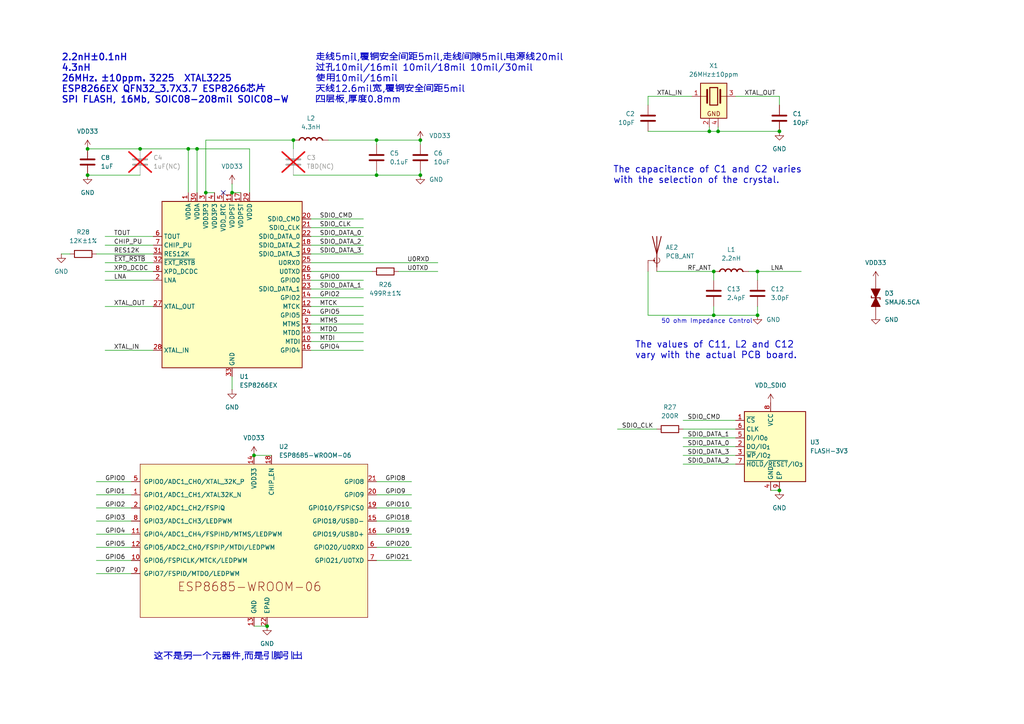
<source format=kicad_sch>
(kicad_sch (version 20250114) (generator "eeschema") (generator_version "9.0")
  (paper "A4")
  (lib_symbols
    (symbol "Device:Antenna_Shield" (pin_numbers (hide yes)) (pin_names (offset 1.016) (hide yes))
      (property "Reference" "AE" (at -1.905 4.445 0))
      (property "Value" "Antenna_Shield" (at -1.905 2.54 0))
      (symbol "Antenna_Shield_0_1"
        (arc (start 0 -2.667) (mid -0.8485 -2.1032) (end -0.508 -1.143))
        (polyline (pts (xy 0 5.08) (xy 0 -3.81)) (stroke (width 0.254)))
        (polyline (pts (xy 0 -2.54) (xy 0 0)))
        (arc (start 0.508 -1.143) (mid 0.8046 -2.0885) (end 0 -2.667))
        (polyline (pts (xy 0.762 -1.905) (xy 2.54 -1.905)))
        (circle (center 0.762 -1.905) (radius 0.1778) (fill (type outline)))
        (polyline (pts (xy 1.27 5.08) (xy 0 0) (xy -1.27 5.08)) (stroke (width 0.254)))
        (polyline (pts (xy 2.54 -2.54) (xy 2.54 -1.905)))
      )
      (symbol "Antenna_Shield_1_1"
        (pin input line (at 0 -5.08 90) (length 2.54) (name "A") (number "1"))
        (pin input line (at 2.54 -5.08 90) (length 2.54) (name "Shield") (number "2"))
      )
    )
    (symbol "MCU_Espressif:ESP8266EX"
      (property "Reference" "U" (at 0 2.54 0))
      (property "Value" "ESP8266EX" (at 0 -2.54 0))
      (symbol "ESP8266EX_0_1"
        (rectangle (start -20.32 22.86) (end 20.32 -25.4) (stroke (width 0.254)) (fill (type background)))
      )
      (symbol "ESP8266EX_1_1"
        (pin input line (at -22.86 12.7 0) (length 2.54) (name "TOUT") (number "6"))
        (pin input line (at -22.86 10.16 0) (length 2.54) (name "CHIP_PU") (number "7"))
        (pin input line (at -22.86 7.62 0) (length 2.54) (name "RES12K") (number "31"))
        (pin input line (at -22.86 5.08 0) (length 2.54) (name "~{EXT_RSTB}") (number "32"))
        (pin bidirectional line (at -22.86 2.54 0) (length 2.54) (name "XPD_DCDC") (number "8"))
        (pin bidirectional line (at -22.86 0 0) (length 2.54) (name "LNA") (number "2"))
        (pin bidirectional line (at -22.86 -7.62 0) (length 2.54) (name "XTAL_OUT") (number "27"))
        (pin bidirectional line (at -22.86 -20.32 0) (length 2.54) (name "XTAL_IN") (number "28"))
        (pin power_in line (at -12.7 25.4 270) (length 2.54) (name "VDDA") (number "1"))
        (pin power_in line (at -10.16 25.4 270) (length 2.54) (name "VDDA") (number "30"))
        (pin power_in line (at -7.62 25.4 270) (length 2.54) (name "VDD3P3") (number "3"))
        (pin power_in line (at -5.08 25.4 270) (length 2.54) (name "VDD3P3") (number "4"))
        (pin power_in line (at -2.54 25.4 270) (length 2.54) (name "VDD_RTC") (number "5"))
        (pin power_in line (at 0 25.4 270) (length 2.54) (name "VDDPST") (number "11"))
        (pin power_in line (at 0 -27.94 90) (length 2.54) (name "GND") (number "33"))
        (pin power_in line (at 2.54 25.4 270) (length 2.54) (name "VDDPST") (number "17"))
        (pin power_in line (at 5.08 25.4 270) (length 2.54) (name "VDDD") (number "29"))
        (pin bidirectional line (at 22.86 17.78 180) (length 2.54) (name "SDIO_CMD") (number "20"))
        (pin bidirectional line (at 22.86 15.24 180) (length 2.54) (name "SDIO_CLK") (number "21"))
        (pin bidirectional line (at 22.86 12.7 180) (length 2.54) (name "SDIO_DATA_0") (number "22"))
        (pin bidirectional line (at 22.86 10.16 180) (length 2.54) (name "SDIO_DATA_2") (number "18"))
        (pin bidirectional line (at 22.86 7.62 180) (length 2.54) (name "SDIO_DATA_3") (number "19"))
        (pin bidirectional line (at 22.86 5.08 180) (length 2.54) (name "U0RXD") (number "25"))
        (pin bidirectional line (at 22.86 2.54 180) (length 2.54) (name "U0TXD") (number "26"))
        (pin bidirectional line (at 22.86 0 180) (length 2.54) (name "GPIO0") (number "15"))
        (pin bidirectional line (at 22.86 -2.54 180) (length 2.54) (name "SDIO_DATA_1") (number "23"))
        (pin bidirectional line (at 22.86 -5.08 180) (length 2.54) (name "GPIO2") (number "14"))
        (pin bidirectional line (at 22.86 -7.62 180) (length 2.54) (name "MTCK") (number "12"))
        (pin bidirectional line (at 22.86 -10.16 180) (length 2.54) (name "GPIO5") (number "24"))
        (pin bidirectional line (at 22.86 -12.7 180) (length 2.54) (name "MTMS") (number "9"))
        (pin bidirectional line (at 22.86 -15.24 180) (length 2.54) (name "MTDO") (number "13"))
        (pin bidirectional line (at 22.86 -17.78 180) (length 2.54) (name "MTDI") (number "10"))
        (pin bidirectional line (at 22.86 -20.32 180) (length 2.54) (name "GPIO4") (number "16"))
      )
    )
    (symbol "Memory_Flash:W25Q128JVE"
      (property "Reference" "U" (at -6.35 11.43 0))
      (property "Value" "W25Q128JVE" (at 7.62 11.43 0))
      (symbol "W25Q128JVE_0_1"
        (rectangle (start -7.62 10.16) (end 10.16 -10.16) (stroke (width 0.254)) (fill (type background)))
      )
      (symbol "W25Q128JVE_1_1"
        (pin input line (at -10.16 7.62 0) (length 2.54) (name "~{CS}") (number "1"))
        (pin input line (at -10.16 5.08 0) (length 2.54) (name "CLK") (number "6"))
        (pin bidirectional line (at -10.16 2.54 0) (length 2.54) (name "DI/IO_{0}") (number "5"))
        (pin bidirectional line (at -10.16 0 0) (length 2.54) (name "DO/IO_{1}") (number "2"))
        (pin bidirectional line (at -10.16 -2.54 0) (length 2.54) (name "~{WP}/IO_{2}") (number "3"))
        (pin bidirectional line (at -10.16 -5.08 0) (length 2.54) (name "~{HOLD}/~{RESET}/IO_{3}") (number "7"))
        (pin power_in line (at 0 12.7 270) (length 2.54) (name "VCC") (number "8"))
        (pin power_in line (at 0 -12.7 90) (length 2.54) (name "GND") (number "4"))
        (pin passive line (at 2.54 -12.7 90) (length 2.54) (name "EP") (number "9"))
      )
    )
    (symbol "PCM_Capacitor_AKL:C_1206" (pin_numbers (hide yes)) (pin_names (offset 0.254))
      (property "Reference" "C" (at 0.635 2.54 0))
      (property "Value" "C_1206" (at 0.635 -2.54 0))
      (symbol "C_1206_0_1"
        (polyline (pts (xy -2.032 0.762) (xy 2.032 0.762)) (stroke (width 0.508)))
        (polyline (pts (xy -2.032 -0.762) (xy 2.032 -0.762)) (stroke (width 0.508)))
      )
      (symbol "C_1206_0_2"
        (polyline (pts (xy -2.54 -2.54) (xy -0.381 -0.381)))
        (polyline (pts (xy -0.508 -0.508) (xy -1.651 0.635)) (stroke (width 0.508)))
        (polyline (pts (xy -0.508 -0.508) (xy 0.635 -1.651)) (stroke (width 0.508)))
        (polyline (pts (xy 0.381 0.381) (xy 2.54 2.54)))
        (polyline (pts (xy 0.508 0.508) (xy -0.635 1.651)) (stroke (width 0.508)))
        (polyline (pts (xy 0.508 0.508) (xy 1.651 -0.635)) (stroke (width 0.508)))
      )
      (symbol "C_1206_1_1"
        (pin passive line (at 0 3.81 270) (length 2.794) (name "~") (number "1"))
        (pin passive line (at 0 -3.81 90) (length 2.794) (name "~") (number "2"))
      )
      (symbol "C_1206_1_2"
        (pin passive line (at -2.54 -2.54 90) (length 0) (name "~") (number "2"))
        (pin passive line (at 2.54 2.54 270) (length 0) (name "~") (number "1"))
      )
    )
    (symbol "PCM_Crystal_AKL:SMD3225-4" (pin_names (offset 1.016) (hide yes))
      (property "Reference" "X" (at 0 8.89 0))
      (property "Value" "SMD3225-4" (at 0 6.35 0))
      (symbol "SMD3225-4_0_1"
        (rectangle (start -3.81 3.81) (end 3.81 -6.35) (stroke (width 0.254)) (fill (type background)))
        (polyline (pts (xy -3.81 0) (xy -1.905 0)))
        (polyline (pts (xy -1.905 -1.905) (xy -1.905 1.905)) (stroke (width 0.508)))
        (rectangle (start -1.143 2.54) (end 1.143 -2.54) (stroke (width 0.3048)))
        (polyline (pts (xy 1.905 -1.905) (xy 1.905 1.905)) (stroke (width 0.508)))
        (polyline (pts (xy 3.81 0) (xy 1.905 0)))
        (text "GND" (at 0 -5.08 0) (effects (font (size 1.27 1.27))))
      )
      (symbol "SMD3225-4_1_1"
        (pin passive line (at -6.35 0 0) (length 2.54) (name "1") (number "1"))
        (pin passive line (at -1.27 -8.89 90) (length 2.54) (name "2") (number "2"))
        (pin passive line (at 1.27 -8.89 90) (length 2.54) (name "4") (number "4"))
        (pin passive line (at 6.35 0 180) (length 2.54) (name "3") (number "3"))
      )
    )
    (symbol "PCM_Diode_TVS_AKL:SMAJ6.5CA" (pin_numbers (hide yes)) (pin_names (offset 1.016) (hide yes))
      (property "Reference" "D" (at 0 5.08 0))
      (property "Value" "SMAJ6.5CA" (at 0 2.54 0))
      (symbol "SMAJ6.5CA_0_1"
        (polyline (pts (xy 0 1.27) (xy 0 -1.27)) (stroke (width 0.254)))
        (polyline (pts (xy 0 1.27) (xy 0.508 1.27)) (stroke (width 0.254)))
        (polyline (pts (xy 0 0) (xy -2.54 1.27) (xy -2.54 -1.27) (xy 0 0)) (stroke (width 0.254)) (fill (type outline)))
        (polyline (pts (xy 0 -1.27) (xy -0.508 -1.27)) (stroke (width 0.254)))
        (polyline (pts (xy 1.27 0) (xy -1.27 0)))
        (polyline (pts (xy 2.54 1.27) (xy 2.54 -1.27) (xy 0 0) (xy 2.54 1.27)) (stroke (width 0.254)) (fill (type outline)))
      )
      (symbol "SMAJ6.5CA_0_2"
        (polyline (pts (xy -3.81 -3.81) (xy 3.81 3.81)))
        (polyline (pts (xy -1.778 -1.778) (xy -2.667 -0.889) (xy 0 0) (xy -0.889 -2.667) (xy -1.778 -1.778)) (stroke (width 0.254)) (fill (type outline)))
        (polyline (pts (xy -0.889 0.889) (xy -1.27 0.508)) (stroke (width 0.254)))
        (polyline (pts (xy -0.889 0.889) (xy 0.889 -0.889)) (stroke (width 0.254)))
        (polyline (pts (xy 0.889 -0.889) (xy 1.27 -0.508)) (stroke (width 0.254)))
        (polyline (pts (xy 1.778 1.778) (xy 2.667 0.889) (xy 0 0) (xy 0.889 2.667) (xy 1.778 1.778)) (stroke (width 0.254)) (fill (type outline)))
      )
      (symbol "SMAJ6.5CA_1_1"
        (pin passive line (at -5.08 0 0) (length 2.54) (name "K") (number "1"))
        (pin passive line (at 5.08 0 180) (length 2.54) (name "A") (number "2"))
      )
      (symbol "SMAJ6.5CA_1_2"
        (pin passive line (at -3.81 -3.81 0) (length 0) (name "A") (number "2"))
        (pin passive line (at 3.81 3.81 180) (length 0) (name "K") (number "1"))
      )
    )
    (symbol "PCM_Elektuur:L" (pin_numbers (hide yes)) (pin_names (offset 0) (hide yes))
      (property "Reference" "L" (at 2.54 3.175 0))
      (property "Value" "L" (at 2.54 -3.175 0))
      (symbol "L_1_0"
        (arc (start 0 3.302) (mid 0.6604 2.5146) (end 0 1.7272) (stroke (width 0.254)))
        (arc (start 0 1.6256) (mid 0.6604 0.8382) (end 0 0.0508) (stroke (width 0.254)))
        (arc (start 0 -0.0508) (mid 0.6604 -0.8382) (end 0 -1.6256) (stroke (width 0.254)))
        (arc (start 0 -1.7272) (mid 0.6604 -2.5146) (end 0 -3.302) (stroke (width 0.254)))
        (arc (start 0 3.4036) (mid 0.762 2.5146) (end 0 1.6256) (stroke (width 0.254)))
        (arc (start 0 1.7272) (mid 0.762 0.8382) (end 0 -0.0508) (stroke (width 0.254)))
        (arc (start 0 0.0508) (mid 0.762 -0.8382) (end 0 -1.7272) (stroke (width 0.254)))
        (arc (start 0 -1.6256) (mid 0.762 -2.5146) (end 0 -3.4036) (stroke (width 0.254)))
        (polyline (pts (xy 0 3.5052) (xy 0 3.302)) (stroke (width 0.254)))
        (polyline (pts (xy 0 1.7272) (xy 0 1.6256)) (stroke (width 0.254)))
        (polyline (pts (xy 0 0.0508) (xy 0 -0.0508)) (stroke (width 0.254)))
        (polyline (pts (xy 0 -1.6256) (xy 0 -1.7272)) (stroke (width 0.254)))
        (polyline (pts (xy 0 -3.302) (xy 0 -3.5052)) (stroke (width 0.254)))
        (pin passive line (at 0 5.08 270) (length 1.5748) (name "+") (number "1"))
        (pin passive line (at 0 -5.08 90) (length 1.5748) (name "-") (number "2"))
      )
      (symbol "L_1_2"
        (rectangle (start 1.524 3.3782) (end 1.9812 -3.3782) (stroke (width 0.254)) (fill (type outline)))
      )
      (symbol "L_1_3"
        (rectangle (start 1.524 3.0988) (end 1.9812 1.9304) (stroke (width 0.254)) (fill (type outline)))
        (rectangle (start 1.524 1.4224) (end 1.9812 0.254) (stroke (width 0.254)) (fill (type outline)))
        (rectangle (start 1.524 -0.254) (end 1.9812 -1.4224) (stroke (width 0.254)) (fill (type outline)))
        (rectangle (start 1.524 -1.9304) (end 1.9812 -3.0988) (stroke (width 0.254)) (fill (type outline)))
      )
    )
    (symbol "PCM_Espressif:ESP8685-WROOM-06" (pin_names (offset 1.016))
      (property "Reference" "U" (at -33.02 24.13 0))
      (property "Value" "ESP8685-WROOM-06" (at -33.02 21.59 0))
      (symbol "ESP8685-WROOM-06_0_1"
        (rectangle (start -33.02 20.32) (end 33.02 -24.13) (fill (type background)))
      )
      (symbol "ESP8685-WROOM-06_1_0"
        (pin bidirectional line (at 35.56 15.24 180) (length 2.54) (name "GPIO8") (number "21"))
      )
      (symbol "ESP8685-WROOM-06_1_1"
        (text "ESP8685-WROOM-06" (at -1.27 -15.24 0) (effects (font (size 2.54 2.54))))
        (pin bidirectional line (at -35.56 15.24 0) (length 2.54) (name "GPIO0/ADC1_CH0/XTAL_32K_P") (number "5"))
        (pin bidirectional line (at -35.56 11.43 0) (length 2.54) (name "GPIO1/ADC1_CH1/XTAL32K_N") (number "1"))
        (pin bidirectional line (at -35.56 7.62 0) (length 2.54) (name "GPIO2/ADC1_CH2/FSPIQ") (number "2"))
        (pin bidirectional line (at -35.56 3.81 0) (length 2.54) (name "GPIO3/ADC1_CH3/LEDPWM") (number "8"))
        (pin bidirectional line (at -35.56 0 0) (length 2.54) (name "GPIO4/ADC1_CH4/FSPIHD/MTMS/LEDPWM") (number "11"))
        (pin bidirectional line (at -35.56 -3.81 0) (length 2.54) (name "GPIO5/ADC2_CH0/FSPIP/MTDI/LEDPWM") (number "12"))
        (pin bidirectional line (at -35.56 -7.62 0) (length 2.54) (name "GPIO6/FSPICLK/MTCK/LEDPWM") (number "10"))
        (pin bidirectional line (at -35.56 -11.43 0) (length 2.54) (name "GPIO7/FSPID/MTDO/LEDPWM") (number "9"))
        (pin power_in line (at 0 22.86 270) (length 2.54) (name "VDD33") (number "14"))
        (pin power_in line (at 0 -26.67 90) (length 2.54) (name "GND") (number "13"))
        (pin power_in line (at 3.81 -26.67 90) (length 2.54) (name "EPAD") (number "22"))
        (pin input line (at 5.08 22.86 270) (length 2.54) (name "CHIP_EN") (number "18"))
        (pin no_connect non_logic (at 11.43 22.86 270) (length 2.54) (hide yes) (name "NC") (number "3"))
        (pin no_connect non_logic (at 15.24 22.86 270) (length 2.54) (hide yes) (name "NC") (number "4"))
        (pin no_connect non_logic (at 19.05 22.86 270) (length 2.54) (hide yes) (name "NC") (number "17"))
        (pin bidirectional line (at 35.56 11.43 180) (length 2.54) (name "GPIO9") (number "20"))
        (pin bidirectional line (at 35.56 7.62 180) (length 2.54) (name "GPIO10/FSPICS0") (number "19"))
        (pin bidirectional line (at 35.56 3.81 180) (length 2.54) (name "GPIO18/USBD-") (number "15"))
        (pin bidirectional line (at 35.56 0 180) (length 2.54) (name "GPIO19/USBD+") (number "16"))
        (pin bidirectional line (at 35.56 -3.81 180) (length 2.54) (name "GPIO20/U0RXD") (number "6"))
        (pin bidirectional line (at 35.56 -7.62 180) (length 2.54) (name "GPIO21/U0TXD") (number "7"))
      )
    )
    (symbol "PCM_Resistor_AKL:R_1206" (pin_numbers (hide yes)) (pin_names (offset 0))
      (property "Reference" "R" (at 2.54 1.27 0))
      (property "Value" "R_1206" (at 2.54 -1.27 0))
      (symbol "R_1206_0_1"
        (rectangle (start -1.016 2.54) (end 1.016 -2.54) (stroke (width 0.254)))
      )
      (symbol "R_1206_0_2"
        (polyline (pts (xy -2.54 -2.54) (xy -1.524 -1.524)))
        (polyline (pts (xy 1.524 1.524) (xy 2.54 2.54)))
        (polyline (pts (xy 1.524 1.524) (xy 0.889 2.159) (xy -2.159 -0.889) (xy -0.889 -2.159) (xy 2.159 0.889) (xy 1.524 1.524)) (stroke (width 0.254)))
      )
      (symbol "R_1206_1_1"
        (pin passive line (at 0 3.81 270) (length 1.27) (name "~") (number "1"))
        (pin passive line (at 0 -3.81 90) (length 1.27) (name "~") (number "2"))
      )
      (symbol "R_1206_1_2"
        (pin passive line (at -2.54 -2.54 0) (length 0) (name "") (number "2"))
        (pin passive line (at 2.54 2.54 180) (length 0) (name "") (number "1"))
      )
    )
    (symbol "power:+3.3V" (power) (pin_numbers (hide yes)) (pin_names (offset 0) (hide yes))
      (property "Value" "+3.3V" (at 0 3.556 0))
      (symbol "+3.3V_0_1"
        (polyline (pts (xy -0.762 1.27) (xy 0 2.54)))
        (polyline (pts (xy 0 2.54) (xy 0.762 1.27)))
        (polyline (pts (xy 0 0) (xy 0 2.54)))
      )
      (symbol "+3.3V_1_1"
        (pin power_in line (at 0 0 90) (length 0) (name "~") (number "1"))
      )
    )
    (symbol "power:GND" (power) (pin_numbers (hide yes)) (pin_names (offset 0) (hide yes))
      (property "Value" "GND" (at 0 -3.81 0))
      (symbol "GND_0_1"
        (polyline (pts (xy 0 0) (xy 0 -1.27) (xy 1.27 -1.27) (xy 0 -2.54) (xy -1.27 -1.27) (xy 0 -1.27)))
      )
      (symbol "GND_1_1"
        (pin power_in line (at 0 0 270) (length 0) (name "~") (number "1"))
      )
    )
  )
  (text "The values of C11, L2 and C12\nvary with the actual PCB board." (exclude_from_sim yes) (at 184.15 101.6 0) (effects (font (size 1.905 1.905) (thickness 0.2381)) (justify left)))
  (text "这不是另一个元器件,而是引脚引出" (exclude_from_sim yes) (at 44.45 190.5 0) (effects (font (size 1.905 1.905) (thickness 0.2381)) (justify left)))
  (text "50 ohm Impedance Control" (at 191.77 93.98 0) (effects (font (size 1.27 1.27)) (justify left bottom)))
  (text "2.2nH±0.1nH\n4.3nH\n26MHz，±10ppm，3225  XTAL3225\nESP8266EX QFN32_3.7X3.7 ESP8266芯片\nSPI FLASH, 16Mb, SOIC08-208mil SOIC08-W" (exclude_from_sim yes) (at 17.78 22.86 0) (effects (font (size 1.905 1.905) (thickness 0.3175)) (justify left)))
  (text "走线5mil,覆铜安全间距5mil,走线间隙5mil.电源线20mil\n过孔10mil/16mil 10mil/18mil 10mil/30mil\n使用10mil/16mil\n天线12.6mil宽,覆铜安全间距5mil\n四层板,厚度0.8mm" (exclude_from_sim yes) (at 91.44 22.86 0) (effects (font (size 1.905 1.905) (thickness 0.2381)) (justify left)))
  (text "The capacitance of C1 and C2 varies\nwith the selection of the crystal.\n" (exclude_from_sim yes) (at 177.8 50.8 0) (effects (font (size 1.905 1.905) (thickness 0.2381)) (justify left)))
  (junction (at 59.69 55.88))
  (junction (at 67.31 55.88))
  (junction (at 208.28 38.1))
  (junction (at 40.64 43.18))
  (junction (at 226.06 38.1))
  (junction (at 121.92 50.8))
  (junction (at 54.61 43.18))
  (junction (at 73.66 132.08))
  (junction (at 109.22 40.64))
  (junction (at 77.47 181.61))
  (junction (at 85.09 40.64))
  (junction (at 205.74 38.1))
  (junction (at 109.22 50.8))
  (junction (at 207.01 91.44))
  (junction (at 121.92 40.64))
  (junction (at 207.01 78.74))
  (junction (at 219.71 78.74))
  (junction (at 25.4 43.18))
  (junction (at 219.71 91.44))
  (junction (at 226.06 142.24))
  (junction (at 57.15 43.18))
  (junction (at 25.4 50.8))
  (no_connect (at 64.77 55.88))
  (wire (pts (xy 57.15 55.88) (xy 57.15 43.18)))
  (wire (pts (xy 109.22 151.13) (xy 119.38 151.13)))
  (wire (pts (xy 105.41 68.58) (xy 90.17 68.58)))
  (wire (pts (xy 198.12 134.62) (xy 213.36 134.62)))
  (wire (pts (xy 187.96 27.94) (xy 200.66 27.94)))
  (wire (pts (xy 105.41 88.9) (xy 90.17 88.9)))
  (wire (pts (xy 109.22 162.56) (xy 119.38 162.56)))
  (wire (pts (xy 105.41 83.82) (xy 90.17 83.82)))
  (wire (pts (xy 105.41 81.28) (xy 90.17 81.28)))
  (wire (pts (xy 54.61 43.18) (xy 57.15 43.18)))
  (wire (pts (xy 105.41 91.44) (xy 90.17 91.44)))
  (wire (pts (xy 198.12 132.08) (xy 213.36 132.08)))
  (wire (pts (xy 207.01 78.74) (xy 207.01 81.28)))
  (wire (pts (xy 187.96 78.74) (xy 187.96 91.44)))
  (wire (pts (xy 105.41 71.12) (xy 90.17 71.12)))
  (wire (pts (xy 30.48 88.9) (xy 44.45 88.9)))
  (wire (pts (xy 105.41 66.04) (xy 90.17 66.04)))
  (wire (pts (xy 59.69 55.88) (xy 62.23 55.88)))
  (wire (pts (xy 30.48 81.28) (xy 44.45 81.28)))
  (wire (pts (xy 30.48 76.2) (xy 44.45 76.2)))
  (wire (pts (xy 198.12 124.46) (xy 213.36 124.46)))
  (wire (pts (xy 109.22 158.75) (xy 119.38 158.75)))
  (wire (pts (xy 198.12 121.92) (xy 213.36 121.92)))
  (wire (pts (xy 27.94 162.56) (xy 38.1 162.56)))
  (wire (pts (xy 105.41 99.06) (xy 90.17 99.06)))
  (wire (pts (xy 198.12 127) (xy 213.36 127)))
  (wire (pts (xy 226.06 27.94) (xy 226.06 30.48)))
  (wire (pts (xy 109.22 50.8) (xy 85.09 50.8)))
  (wire (pts (xy 30.48 78.74) (xy 44.45 78.74)))
  (wire (pts (xy 17.78 73.66) (xy 20.32 73.66)))
  (wire (pts (xy 207.01 88.9) (xy 207.01 91.44)))
  (wire (pts (xy 109.22 40.64) (xy 95.25 40.64)))
  (wire (pts (xy 27.94 139.7) (xy 38.1 139.7)))
  (wire (pts (xy 208.28 36.83) (xy 208.28 38.1)))
  (wire (pts (xy 205.74 36.83) (xy 205.74 38.1)))
  (wire (pts (xy 109.22 41.91) (xy 109.22 40.64)))
  (wire (pts (xy 54.61 43.18) (xy 54.61 55.88)))
  (wire (pts (xy 187.96 38.1) (xy 205.74 38.1)))
  (wire (pts (xy 219.71 81.28) (xy 219.71 78.74)))
  (wire (pts (xy 85.09 40.64) (xy 59.69 40.64)))
  (wire (pts (xy 105.41 86.36) (xy 90.17 86.36)))
  (wire (pts (xy 187.96 91.44) (xy 207.01 91.44)))
  (wire (pts (xy 109.22 147.32) (xy 119.38 147.32)))
  (wire (pts (xy 219.71 78.74) (xy 232.41 78.74)))
  (wire (pts (xy 115.57 78.74) (xy 127 78.74)))
  (wire (pts (xy 121.92 40.64) (xy 109.22 40.64)))
  (wire (pts (xy 30.48 71.12) (xy 44.45 71.12)))
  (wire (pts (xy 109.22 139.7) (xy 119.38 139.7)))
  (wire (pts (xy 25.4 43.18) (xy 40.64 43.18)))
  (wire (pts (xy 105.41 93.98) (xy 90.17 93.98)))
  (wire (pts (xy 67.31 113.03) (xy 67.31 109.22)))
  (wire (pts (xy 105.41 63.5) (xy 90.17 63.5)))
  (wire (pts (xy 72.39 43.18) (xy 57.15 43.18)))
  (wire (pts (xy 121.92 49.53) (xy 121.92 50.8)))
  (wire (pts (xy 72.39 55.88) (xy 72.39 43.18)))
  (wire (pts (xy 27.94 166.37) (xy 38.1 166.37)))
  (wire (pts (xy 219.71 91.44) (xy 219.71 88.9)))
  (wire (pts (xy 205.74 38.1) (xy 208.28 38.1)))
  (wire (pts (xy 27.94 147.32) (xy 38.1 147.32)))
  (wire (pts (xy 187.96 27.94) (xy 187.96 30.48)))
  (wire (pts (xy 27.94 73.66) (xy 44.45 73.66)))
  (wire (pts (xy 27.94 151.13) (xy 38.1 151.13)))
  (wire (pts (xy 40.64 43.18) (xy 54.61 43.18)))
  (wire (pts (xy 25.4 50.8) (xy 40.64 50.8)))
  (wire (pts (xy 30.48 101.6) (xy 44.45 101.6)))
  (wire (pts (xy 105.41 73.66) (xy 90.17 73.66)))
  (wire (pts (xy 190.5 78.74) (xy 207.01 78.74)))
  (wire (pts (xy 27.94 158.75) (xy 38.1 158.75)))
  (wire (pts (xy 121.92 50.8) (xy 109.22 50.8)))
  (wire (pts (xy 208.28 38.1) (xy 226.06 38.1)))
  (wire (pts (xy 27.94 154.94) (xy 38.1 154.94)))
  (wire (pts (xy 90.17 78.74) (xy 107.95 78.74)))
  (wire (pts (xy 90.17 76.2) (xy 127 76.2)))
  (wire (pts (xy 109.22 154.94) (xy 119.38 154.94)))
  (wire (pts (xy 85.09 40.64) (xy 85.09 43.18)))
  (wire (pts (xy 223.52 142.24) (xy 226.06 142.24)))
  (wire (pts (xy 105.41 96.52) (xy 90.17 96.52)))
  (wire (pts (xy 121.92 41.91) (xy 121.92 40.64)))
  (wire (pts (xy 198.12 129.54) (xy 213.36 129.54)))
  (wire (pts (xy 67.31 53.34) (xy 67.31 55.88)))
  (wire (pts (xy 105.41 101.6) (xy 90.17 101.6)))
  (wire (pts (xy 73.66 181.61) (xy 77.47 181.61)))
  (wire (pts (xy 109.22 49.53) (xy 109.22 50.8)))
  (wire (pts (xy 67.31 55.88) (xy 69.85 55.88)))
  (wire (pts (xy 213.36 27.94) (xy 226.06 27.94)))
  (wire (pts (xy 109.22 143.51) (xy 119.38 143.51)))
  (wire (pts (xy 59.69 40.64) (xy 59.69 55.88)))
  (wire (pts (xy 207.01 91.44) (xy 219.71 91.44)))
  (wire (pts (xy 30.48 68.58) (xy 44.45 68.58)))
  (wire (pts (xy 179.07 124.46) (xy 190.5 124.46)))
  (wire (pts (xy 73.66 132.08) (xy 78.74 132.08)))
  (wire (pts (xy 27.94 143.51) (xy 38.1 143.51)))
  (wire (pts (xy 219.71 78.74) (xy 217.17 78.74)))
  (label "MTDO" (at 92.71 96.52 0))
  (label "GPIO1" (at 30.48 143.51 0))
  (label "GPIO8" (at 111.76 139.7 0))
  (label "GPIO0" (at 30.48 139.7 0))
  (label "GPIO2" (at 92.71 86.36 0))
  (label "SDIO_DATA_0" (at 92.71 68.58 0))
  (label "GPIO9" (at 111.76 143.51 0))
  (label "XTAL_IN" (at 33.02 101.6 0))
  (label "GPIO5" (at 92.71 91.44 0))
  (label "GPIO10" (at 111.76 147.32 0))
  (label "U0RXD" (at 118.11 76.2 0))
  (label "GPIO20" (at 111.76 158.75 0))
  (label "GPIO6" (at 30.48 162.56 0))
  (label "U0TXD" (at 118.11 78.74 0))
  (label "SDIO_CMD" (at 199.39 121.92 0))
  (label "SDIO_DATA_0" (at 199.39 129.54 0))
  (label "XTAL_OUT" (at 33.02 88.9 0))
  (label "CHIP_PU" (at 33.02 71.12 0))
  (label "SDIO_DATA_1" (at 92.71 83.82 0))
  (label "SDIO_DATA_3" (at 199.39 132.08 0))
  (label "GPIO18" (at 111.76 151.13 0))
  (label "SDIO_CMD" (at 92.71 63.5 0))
  (label "GPIO19" (at 111.76 154.94 0))
  (label "SDIO_DATA_1" (at 199.39 127 0))
  (label "SDIO_DATA_2" (at 92.71 71.12 0))
  (label "GPIO4" (at 30.48 154.94 0))
  (label "MTMS" (at 92.71 93.98 0))
  (label "GPIO5" (at 30.48 158.75 0))
  (label "GPIO21" (at 111.76 162.56 0))
  (label "XTAL_OUT" (at 215.9 27.94 0))
  (label "GPIO2" (at 30.48 147.32 0))
  (label "GPIO0" (at 92.71 81.28 0))
  (label "GPIO4" (at 92.71 101.6 0))
  (label "LNA" (at 33.02 81.28 0))
  (label "TOUT" (at 33.02 68.58 0))
  (label "RES12K" (at 33.02 73.66 0))
  (label "RF_ANT" (at 199.39 78.74 0))
  (label "XTAL_IN" (at 190.5 27.94 0))
  (label "MTDI" (at 92.71 99.06 0))
  (label "XPD_DCDC" (at 33.02 78.74 0))
  (label "~{EXT_RSTB}" (at 33.02 76.2 0))
  (label "GPIO7" (at 30.48 166.37 0))
  (label "SDIO_DATA_3" (at 92.71 73.66 0))
  (label "LNA" (at 223.52 78.74 0))
  (label "SDIO_DATA_2" (at 199.39 134.62 0))
  (label "SDIO_CLK" (at 180.34 124.46 0))
  (label "MTCK" (at 92.71 88.9 0))
  (label "SDIO_CLK" (at 92.71 66.04 0))
  (label "GPIO3" (at 30.48 151.13 0))
  (symbol (lib_id "PCM_Capacitor_AKL:C_1206") (at 226.06 34.29 0) (mirror y) (unit 1)
    (property "Reference" "C1" (at 229.87 33.0199 0) (effects (justify right)))
    (property "Value" "10pF" (at 229.87 35.5599 0) (effects (justify right)))
    (property "Footprint" "PCM_Capacitor_SMD_AKL:C_1206_3216Metric" (effects (hide yes)))
    (property "Description" "SMD 1206 MLCC capacitor, Alternate KiCad Library" (effects (hide yes)))
  )
  (symbol (lib_id "power:GND") (at 226.06 38.1 0) (unit 1)
    (property "Reference" "#PWR04" (effects (hide yes)))
    (property "Value" "GND" (at 226.06 43.18 0))
    (property "Description" "Power symbol creates a global label with name \"GND\" , ground" (effects (hide yes)))
  )
  (symbol (lib_id "power:GND") (at 77.47 181.61 0) (unit 1)
    (property "Reference" "#PWR023" (effects (hide yes)))
    (property "Value" "GND" (at 77.47 186.69 0))
    (property "Description" "Power symbol creates a global label with name \"GND\" , ground" (effects (hide yes)))
  )
  (symbol (lib_id "PCM_Capacitor_AKL:C_1206") (at 109.22 45.72 0) (mirror y) (unit 1)
    (property "Reference" "C5" (at 113.03 44.4499 0) (effects (justify right)))
    (property "Value" "0.1uF" (at 113.03 46.9899 0) (effects (justify right)))
    (property "Footprint" "PCM_Capacitor_SMD_AKL:C_1206_3216Metric" (effects (hide yes)))
    (property "Description" "SMD 1206 MLCC capacitor, Alternate KiCad Library" (effects (hide yes)))
  )
  (symbol (lib_id "PCM_Diode_TVS_AKL:SMAJ6.5CA") (at 254 86.36 90) (unit 1)
    (property "Reference" "D3" (at 256.54 85.0899 90) (effects (justify right)))
    (property "Value" "SMAJ6.5CA" (at 256.54 87.6299 90) (effects (justify right)))
    (property "Footprint" "PCM_Diode_SMD_AKL:D_SMA_TVS" (effects (hide yes)))
    (property "Datasheet" "https://www.tme.eu/Document/dbc72d81c249fe51b6ab42300e8e06d0/SMAJ_ser.pdf" (effects (hide yes)))
    (property "Description" "SMA Bidirectional TVS Diode, 6.5V, 400W, Alternate KiCAD Library" (effects (hide yes)))
  )
  (symbol (lib_id "PCM_Resistor_AKL:R_1206") (at 111.76 78.74 270) (unit 1)
    (property "Reference" "R26" (at 111.76 82.55 90))
    (property "Value" "499R±1%" (at 111.76 85.09 90))
    (property "Footprint" "PCM_Resistor_SMD_AKL:R_1206_3216Metric" (effects (hide yes)))
    (property "Description" "SMD 1206 Chip Resistor, European Symbol, Alternate KiCad Library" (effects (hide yes)))
  )
  (symbol (lib_id "PCM_Elektuur:L") (at 212.09 78.74 90) (unit 1)
    (property "Reference" "L1" (at 212.09 72.39 90))
    (property "Value" "2.2nH" (at 212.09 74.93 90))
    (property "Description" "coil/winding/inductor/choke/reactor" (effects (hide yes)))
    (property "Indicator" "●" (effects (hide yes)))
    (property "Rating" "A" (effects (hide yes)))
  )
  (symbol (lib_id "Device:Antenna_Shield") (at 190.5 73.66 0) (mirror y) (unit 1)
    (property "Reference" "AE2" (at 193.04 71.7549 0) (effects (justify right)))
    (property "Value" "PCB_ANT" (at 193.04 74.2949 0) (effects (justify right)))
    (property "Description" "Antenna with extra pin for shielding" (effects (hide yes)))
  )
  (symbol (lib_id "power:GND") (at 17.78 73.66 0) (mirror y) (unit 1)
    (property "Reference" "#PWR016" (effects (hide yes)))
    (property "Value" "GND" (at 17.78 78.74 0))
    (property "Description" "Power symbol creates a global label with name \"GND\" , ground" (effects (hide yes)))
  )
  (symbol (lib_id "power:GND") (at 226.06 142.24 0) (unit 1)
    (property "Reference" "#PWR022" (effects (hide yes)))
    (property "Value" "GND" (at 226.06 147.32 0))
    (property "Description" "Power symbol creates a global label with name \"GND\" , ground" (effects (hide yes)))
  )
  (symbol (lib_id "PCM_Capacitor_AKL:C_1206") (at 187.96 34.29 0) (unit 1)
    (property "Reference" "C2" (at 184.15 33.0199 0) (effects (justify right)))
    (property "Value" "10pF" (at 184.15 35.5599 0) (effects (justify right)))
    (property "Footprint" "PCM_Capacitor_SMD_AKL:C_1206_3216Metric" (effects (hide yes)))
    (property "Description" "SMD 1206 MLCC capacitor, Alternate KiCad Library" (effects (hide yes)))
  )
  (symbol (lib_id "power:+3.3V") (at 254 81.28 0) (unit 1)
    (property "Reference" "#PWR024" (effects (hide yes)))
    (property "Value" "VDD33" (at 254 76.2 0))
    (property "Description" "Power symbol creates a global label with name \"+3.3V\"" (effects (hide yes)))
  )
  (symbol (lib_id "power:+3.3V") (at 223.52 116.84 0) (unit 1)
    (property "Reference" "#PWR021" (effects (hide yes)))
    (property "Value" "VDD_SDIO" (at 223.52 111.76 0))
    (property "Description" "Power symbol creates a global label with name \"+3.3V\"" (effects (hide yes)))
  )
  (symbol (lib_id "MCU_Espressif:ESP8266EX") (at 67.31 81.28 0) (unit 1)
    (property "Reference" "U1" (at 69.4533 109.22 0) (effects (justify left)))
    (property "Value" "ESP8266EX" (at 69.4533 111.76 0) (effects (justify left)))
    (property "Footprint" "Package_DFN_QFN:QFN-32-1EP_5x5mm_P0.5mm_EP3.45x3.45mm" (effects (hide yes)))
    (property "Datasheet" "http://espressif.com/sites/default/files/documentation/0a-esp8266ex_datasheet_en.pdf" (effects (hide yes)))
    (property "Description" "Highly integrated Wi-Fi SoC, QFN-32" (effects (hide yes)))
  )
  (symbol (lib_id "PCM_Crystal_AKL:SMD3225-4") (at 207.01 27.94 0) (unit 1)
    (property "Reference" "X1" (at 207.01 19.05 0))
    (property "Value" "26MHz±10ppm" (at 207.01 21.59 0))
    (property "Footprint" "PCM_Crystal_AKL:Crystal_SMD_3225-4Pin_3.2x2.5mm" (effects (hide yes)))
    (property "Description" "SMD Quartz crystal, 4 terminals, 3.2mm x 2.5mm, Alternate KiCad Library" (effects (hide yes)))
  )
  (symbol (lib_id "power:+3.3V") (at 73.66 132.08 0) (unit 1)
    (property "Reference" "#PWR025" (effects (hide yes)))
    (property "Value" "VDD33" (at 73.66 127 0))
    (property "Description" "Power symbol creates a global label with name \"+3.3V\"" (effects (hide yes)))
  )
  (symbol (lib_id "PCM_Resistor_AKL:R_1206") (at 194.31 124.46 90) (unit 1)
    (property "Reference" "R27" (at 194.31 118.11 90))
    (property "Value" "200R" (at 194.31 120.65 90))
    (property "Footprint" "PCM_Resistor_SMD_AKL:R_1206_3216Metric" (effects (hide yes)))
    (property "Description" "SMD 1206 Chip Resistor, European Symbol, Alternate KiCad Library" (effects (hide yes)))
  )
  (symbol (lib_id "power:GND") (at 67.31 113.03 0) (unit 1)
    (property "Reference" "#PWR026" (effects (hide yes)))
    (property "Value" "GND" (at 67.31 118.11 0))
    (property "Description" "Power symbol creates a global label with name \"GND\" , ground" (effects (hide yes)))
  )
  (symbol (lib_id "power:GND") (at 121.92 50.8 0) (unit 1)
    (property "Reference" "#PWR08" (effects (hide yes)))
    (property "Value" "GND" (at 124.46 52.0699 0) (effects (justify left)))
    (property "Description" "Power symbol creates a global label with name \"GND\" , ground" (effects (hide yes)))
  )
  (symbol (lib_id "PCM_Espressif:ESP8685-WROOM-06") (at 73.66 154.94 0) (unit 1)
    (property "Reference" "U2" (at 80.8833 129.54 0) (effects (justify left)))
    (property "Value" "ESP8685-WROOM-06" (at 80.8833 132.08 0) (effects (justify left)))
    (property "Footprint" "PCM_Espressif:ESP8685-WROOM-06" (effects (hide yes)))
    (property "Datasheet" "https://www.espressif.com/sites/default/files/documentation/esp8685-wroom-06_datasheet_en.pdf" (effects (hide yes)))
  )
  (symbol (lib_id "Memory_Flash:W25Q128JVE") (at 223.52 129.54 0) (unit 1)
    (property "Reference" "U3" (at 234.95 128.2699 0) (effects (justify left)))
    (property "Value" "FLASH-3V3" (at 234.95 130.8099 0) (effects (justify left)))
    (property "Footprint" "Package_SON:WSON-8-1EP_8x6mm_P1.27mm_EP3.4x4.3mm" (effects (hide yes)))
    (property "Datasheet" "https://www.winbond.com/resource-files/w25q128jv_dtr%20revc%2003272018%20plus.pdf" (effects (hide yes)))
    (property "Description" "128Mbit / 16MiB Serial Flash Memory, Standard/Dual/Quad SPI, 2.7-3.6V, WSON-8" (effects (hide yes)))
  )
  (symbol (lib_id "power:GND") (at 25.4 50.8 0) (mirror y) (unit 1)
    (property "Reference" "#PWR015" (effects (hide yes)))
    (property "Value" "GND" (at 25.4 55.88 0))
    (property "Description" "Power symbol creates a global label with name \"GND\" , ground" (effects (hide yes)))
  )
  (symbol (lib_id "PCM_Resistor_AKL:R_1206") (at 24.13 73.66 270) (unit 1)
    (property "Reference" "R28" (at 24.13 67.31 90))
    (property "Value" "12K±1%" (at 24.13 69.85 90))
    (property "Footprint" "PCM_Resistor_SMD_AKL:R_1206_3216Metric" (effects (hide yes)))
    (property "Description" "SMD 1206 Chip Resistor, European Symbol, Alternate KiCad Library" (effects (hide yes)))
  )
  (symbol (lib_id "PCM_Capacitor_AKL:C_1206") (at 219.71 85.09 0) (unit 1)
    (property "Reference" "C12" (at 223.52 83.8199 0) (effects (justify left)))
    (property "Value" "3.0pF" (at 223.52 86.3599 0) (effects (justify left)))
    (property "Footprint" "PCM_Capacitor_SMD_AKL:C_1206_3216Metric" (effects (hide yes)))
    (property "Description" "SMD 1206 MLCC capacitor, Alternate KiCad Library" (effects (hide yes)))
  )
  (symbol (lib_id "PCM_Capacitor_AKL:C_1206") (at 85.09 46.99 0) (mirror y) (unit 1) (dnp yes)
    (property "Reference" "C3" (at 88.9 45.7199 0) (effects (justify right)))
    (property "Value" "TBD(NC)" (at 88.9 48.2599 0) (effects (justify right)))
    (property "Footprint" "PCM_Capacitor_SMD_AKL:C_1206_3216Metric" (effects (hide yes)))
    (property "Description" "SMD 1206 MLCC capacitor, Alternate KiCad Library" (effects (hide yes)))
  )
  (symbol (lib_id "PCM_Capacitor_AKL:C_1206") (at 25.4 46.99 0) (mirror y) (unit 1)
    (property "Reference" "C8" (at 29.21 45.7199 0) (effects (justify right)))
    (property "Value" "1uF" (at 29.21 48.2599 0) (effects (justify right)))
    (property "Footprint" "PCM_Capacitor_SMD_AKL:C_1206_3216Metric" (effects (hide yes)))
    (property "Description" "SMD 1206 MLCC capacitor, Alternate KiCad Library" (effects (hide yes)))
  )
  (symbol (lib_id "PCM_Capacitor_AKL:C_1206") (at 40.64 46.99 0) (unit 1) (dnp yes)
    (property "Reference" "C4" (at 44.45 45.7199 0) (effects (justify left)))
    (property "Value" "1uF(NC)" (at 44.45 48.2599 0) (effects (justify left)))
    (property "Footprint" "PCM_Capacitor_SMD_AKL:C_1206_3216Metric" (effects (hide yes)))
    (property "Description" "SMD 1206 MLCC capacitor, Alternate KiCad Library" (effects (hide yes)))
  )
  (symbol (lib_id "power:+3.3V") (at 121.92 40.64 0) (unit 1)
    (property "Reference" "#PWR07" (effects (hide yes)))
    (property "Value" "VDD33" (at 124.46 39.3699 0) (effects (justify left)))
    (property "Description" "Power symbol creates a global label with name \"+3.3V\"" (effects (hide yes)))
  )
  (symbol (lib_id "PCM_Capacitor_AKL:C_1206") (at 121.92 45.72 0) (unit 1)
    (property "Reference" "C6" (at 125.73 44.4499 0) (effects (justify left)))
    (property "Value" "10uF" (at 125.73 46.9899 0) (effects (justify left)))
    (property "Footprint" "PCM_Capacitor_SMD_AKL:C_1206_3216Metric" (effects (hide yes)))
    (property "Description" "SMD 1206 MLCC capacitor, Alternate KiCad Library" (effects (hide yes)))
  )
  (symbol (lib_id "power:+3.3V") (at 25.4 43.18 0) (mirror y) (unit 1)
    (property "Reference" "#PWR017" (effects (hide yes)))
    (property "Value" "VDD33" (at 25.4 38.1 0))
    (property "Description" "Power symbol creates a global label with name \"+3.3V\"" (effects (hide yes)))
  )
  (symbol (lib_id "PCM_Capacitor_AKL:C_1206") (at 207.01 85.09 0) (unit 1)
    (property "Reference" "C13" (at 210.82 83.8199 0) (effects (justify left)))
    (property "Value" "2.4pF" (at 210.82 86.3599 0) (effects (justify left)))
    (property "Footprint" "PCM_Capacitor_SMD_AKL:C_1206_3216Metric" (effects (hide yes)))
    (property "Description" "SMD 1206 MLCC capacitor, Alternate KiCad Library" (effects (hide yes)))
  )
  (symbol (lib_id "power:GND") (at 219.71 91.44 0) (unit 1)
    (property "Reference" "#PWR06" (effects (hide yes)))
    (property "Value" "GND" (at 222.25 92.7099 0) (effects (justify left)))
    (property "Description" "Power symbol creates a global label with name \"GND\" , ground" (effects (hide yes)))
  )
  (symbol (lib_id "power:+3.3V") (at 67.31 53.34 0) (mirror y) (unit 1)
    (property "Reference" "#PWR018" (effects (hide yes)))
    (property "Value" "VDD33" (at 67.31 48.26 0))
    (property "Description" "Power symbol creates a global label with name \"+3.3V\"" (effects (hide yes)))
  )
  (symbol (lib_id "PCM_Elektuur:L") (at 90.17 40.64 270) (mirror x) (unit 1)
    (property "Reference" "L2" (at 90.17 34.29 90))
    (property "Value" "4.3nH" (at 90.17 36.83 90))
    (property "Description" "coil/winding/inductor/choke/reactor" (effects (hide yes)))
    (property "Indicator" "●" (effects (hide yes)))
    (property "Rating" "A" (effects (hide yes)))
  )
  (symbol (lib_id "power:GND") (at 254 91.44 0) (unit 1)
    (property "Reference" "#PWR020" (effects (hide yes)))
    (property "Value" "GND" (at 256.54 92.7099 0) (effects (justify left)))
    (property "Description" "Power symbol creates a global label with name \"GND\" , ground" (effects (hide yes)))
  )
)
</source>
